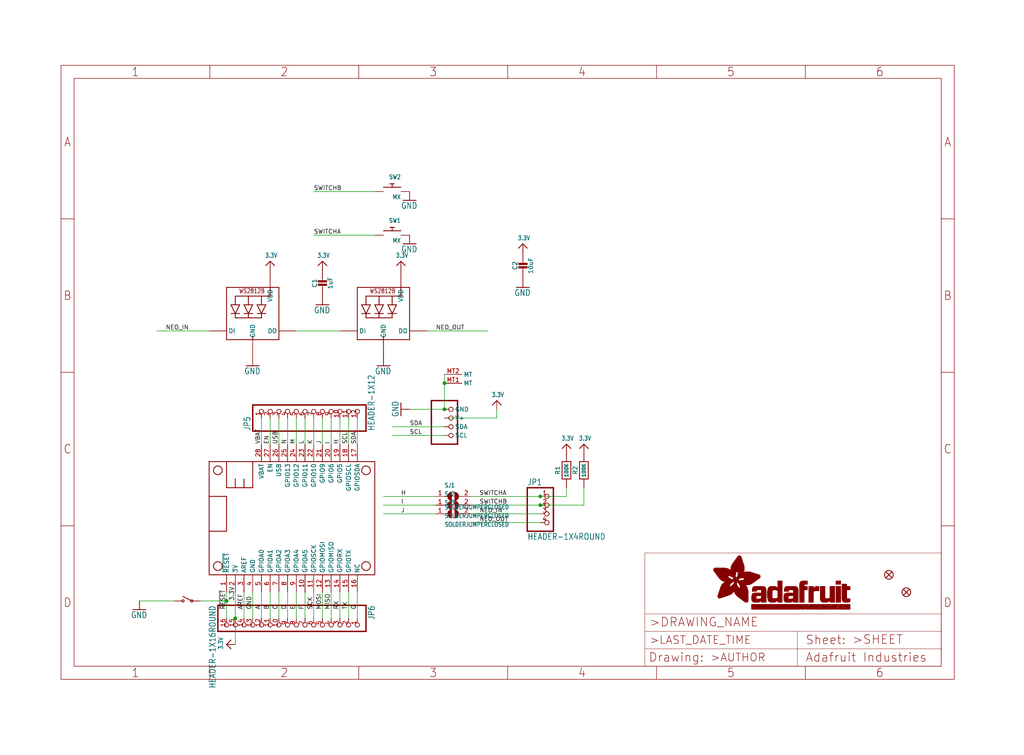
<source format=kicad_sch>
(kicad_sch (version 20211123) (generator eeschema)
  (paper "User" 298.45 220.167)
  (lib_symbols
    (symbol "schematicEagle-eagle-import:3.3V" (power)
      (property "Value" "3.3V" (at -1.524 1.016 0))
      (symbol "3.3V_1_0"
        (pin power_in line (at 0 -2.54 90) (length 2.54) (name "3.3V") (number "1"))
      )
    )
    (symbol "schematicEagle-eagle-import:CAP_CERAMIC0603_NO"
      (property "Reference" "C" (at -2.29 1.25 90))
      (property "Value" "CAP_CERAMIC0603_NO" (at 2.3 1.25 90))
      (symbol "CAP_CERAMIC0603_NO_1_0"
        (pin passive line (at 0 5.08 270) (length 2.54) (name "1") (number "1"))
        (pin passive line (at 0 -2.54 90) (length 2.54) (name "2") (number "2"))
      )
    )
    (symbol "schematicEagle-eagle-import:CAP_CERAMIC0805-NOOUTLINE"
      (property "Reference" "C" (at -2.29 1.25 90))
      (property "Value" "CAP_CERAMIC0805-NOOUTLINE" (at 2.3 1.25 90))
      (symbol "CAP_CERAMIC0805-NOOUTLINE_1_0"
        (pin passive line (at 0 5.08 270) (length 2.54) (name "1") (number "1"))
        (pin passive line (at 0 -2.54 90) (length 2.54) (name "2") (number "2"))
      )
    )
    (symbol "schematicEagle-eagle-import:FEATHERWING_NODIM"
      (symbol "FEATHERWING_NODIM_1_0"
        (pin input line (at 5.08 -5.08 90) (length 5.08) (name "~{RESET}") (number "1"))
        (pin bidirectional line (at 27.94 -5.08 90) (length 5.08) (name "GPIOA5") (number "10"))
        (pin bidirectional line (at 30.48 -5.08 90) (length 5.08) (name "GPIOSCK") (number "11"))
        (pin bidirectional line (at 33.02 -5.08 90) (length 5.08) (name "GPIOMOSI") (number "12"))
        (pin bidirectional line (at 35.56 -5.08 90) (length 5.08) (name "GPIOMISO") (number "13"))
        (pin bidirectional line (at 38.1 -5.08 90) (length 5.08) (name "GPIORX") (number "14"))
        (pin bidirectional line (at 40.64 -5.08 90) (length 5.08) (name "GPIOTX") (number "15"))
        (pin passive line (at 43.18 -5.08 90) (length 5.08) (name "NC") (number "16"))
        (pin bidirectional line (at 43.18 38.1 270) (length 5.08) (name "GPIOSDA") (number "17"))
        (pin bidirectional line (at 40.64 38.1 270) (length 5.08) (name "GPIOSCL") (number "18"))
        (pin bidirectional line (at 38.1 38.1 270) (length 5.08) (name "GPIO5") (number "19"))
        (pin power_in line (at 7.62 -5.08 90) (length 5.08) (name "3V") (number "2"))
        (pin bidirectional line (at 35.56 38.1 270) (length 5.08) (name "GPIO6") (number "20"))
        (pin bidirectional line (at 33.02 38.1 270) (length 5.08) (name "GPIO9") (number "21"))
        (pin bidirectional line (at 30.48 38.1 270) (length 5.08) (name "GPIO10") (number "22"))
        (pin bidirectional line (at 27.94 38.1 270) (length 5.08) (name "GPIO11") (number "23"))
        (pin bidirectional line (at 25.4 38.1 270) (length 5.08) (name "GPIO12") (number "24"))
        (pin bidirectional line (at 22.86 38.1 270) (length 5.08) (name "GPIO13") (number "25"))
        (pin power_in line (at 20.32 38.1 270) (length 5.08) (name "USB") (number "26"))
        (pin passive line (at 17.78 38.1 270) (length 5.08) (name "EN") (number "27"))
        (pin power_in line (at 15.24 38.1 270) (length 5.08) (name "VBAT") (number "28"))
        (pin passive line (at 10.16 -5.08 90) (length 5.08) (name "AREF") (number "3"))
        (pin power_in line (at 12.7 -5.08 90) (length 5.08) (name "GND") (number "4"))
        (pin bidirectional line (at 15.24 -5.08 90) (length 5.08) (name "GPIOA0") (number "5"))
        (pin bidirectional line (at 17.78 -5.08 90) (length 5.08) (name "GPIOA1") (number "6"))
        (pin bidirectional line (at 20.32 -5.08 90) (length 5.08) (name "GPIOA2") (number "7"))
        (pin bidirectional line (at 22.86 -5.08 90) (length 5.08) (name "GPIOA3") (number "8"))
        (pin bidirectional line (at 25.4 -5.08 90) (length 5.08) (name "GPIOA4") (number "9"))
      )
    )
    (symbol "schematicEagle-eagle-import:FIDUCIAL_1MM")
    (symbol "schematicEagle-eagle-import:FRAME_A4_ADAFRUIT"
      (symbol "FRAME_A4_ADAFRUIT_0_0"
        (text "1" (at 21.6958 1.905 0) (effects (font (size 2.54 2.286))))
        (text "1" (at 21.6958 177.165 0) (effects (font (size 2.54 2.286))))
        (text "2" (at 65.0875 1.905 0) (effects (font (size 2.54 2.286))))
        (text "2" (at 65.0875 177.165 0) (effects (font (size 2.54 2.286))))
        (text "3" (at 108.4792 1.905 0) (effects (font (size 2.54 2.286))))
        (text "3" (at 108.4792 177.165 0) (effects (font (size 2.54 2.286))))
        (text "4" (at 151.8708 1.905 0) (effects (font (size 2.54 2.286))))
        (text "4" (at 151.8708 177.165 0) (effects (font (size 2.54 2.286))))
        (text "5" (at 195.2625 1.905 0) (effects (font (size 2.54 2.286))))
        (text "5" (at 195.2625 177.165 0) (effects (font (size 2.54 2.286))))
        (text "6" (at 238.6542 1.905 0) (effects (font (size 2.54 2.286))))
        (text "6" (at 238.6542 177.165 0) (effects (font (size 2.54 2.286))))
        (text "A" (at 1.905 156.6863 0) (effects (font (size 2.54 2.286))))
        (text "A" (at 258.445 156.6863 0) (effects (font (size 2.54 2.286))))
        (text "B" (at 1.905 111.9188 0) (effects (font (size 2.54 2.286))))
        (text "B" (at 258.445 111.9188 0) (effects (font (size 2.54 2.286))))
        (text "C" (at 1.905 67.1513 0) (effects (font (size 2.54 2.286))))
        (text "C" (at 258.445 67.1513 0) (effects (font (size 2.54 2.286))))
        (text "D" (at 1.905 22.3838 0) (effects (font (size 2.54 2.286))))
        (text "D" (at 258.445 22.3838 0) (effects (font (size 2.54 2.286))))
      )
      (symbol "FRAME_A4_ADAFRUIT_1_0"
        (text ">AUTHOR" (at 189.23 5.08 0) (effects (font (size 2.286 2.286)) (justify left bottom)))
        (text ">DRAWING_NAME" (at 171.45 15.24 0) (effects (font (size 2.54 2.54)) (justify left bottom)))
        (text ">LAST_DATE_TIME" (at 171.45 10.16 0) (effects (font (size 2.286 2.286)) (justify left bottom)))
        (text ">SHEET" (at 230.505 10.16 0) (effects (font (size 2.54 2.54)) (justify left bottom)))
        (text "Adafruit Industries" (at 216.916 4.953 0) (effects (font (size 2.54 2.54)) (justify left bottom)))
        (text "Drawing:" (at 171.196 4.953 0) (effects (font (size 2.54 2.54)) (justify left bottom)))
        (text "Sheet:" (at 216.916 10.033 0) (effects (font (size 2.54 2.54)) (justify left bottom)))
      )
    )
    (symbol "schematicEagle-eagle-import:GND" (power)
      (property "Value" "GND" (at -2.54 -2.54 0))
      (symbol "GND_1_0"
        (pin power_in line (at 0 2.54 270) (length 2.54) (name "GND") (number "1"))
      )
    )
    (symbol "schematicEagle-eagle-import:HEADER-1X12"
      (property "Reference" "JP" (at -6.35 18.415 0))
      (property "Value" "HEADER-1X12" (at -6.35 -17.78 0))
      (symbol "HEADER-1X12_1_0"
        (pin passive inverted (at -2.54 15.24 0) (length 2.54) (name "1") (number "1"))
        (pin passive inverted (at -2.54 -7.62 0) (length 2.54) (name "10") (number "10"))
        (pin passive inverted (at -2.54 -10.16 0) (length 2.54) (name "11") (number "11"))
        (pin passive inverted (at -2.54 -12.7 0) (length 2.54) (name "12") (number "12"))
        (pin passive inverted (at -2.54 12.7 0) (length 2.54) (name "2") (number "2"))
        (pin passive inverted (at -2.54 10.16 0) (length 2.54) (name "3") (number "3"))
        (pin passive inverted (at -2.54 7.62 0) (length 2.54) (name "4") (number "4"))
        (pin passive inverted (at -2.54 5.08 0) (length 2.54) (name "5") (number "5"))
        (pin passive inverted (at -2.54 2.54 0) (length 2.54) (name "6") (number "6"))
        (pin passive inverted (at -2.54 0 0) (length 2.54) (name "7") (number "7"))
        (pin passive inverted (at -2.54 -2.54 0) (length 2.54) (name "8") (number "8"))
        (pin passive inverted (at -2.54 -5.08 0) (length 2.54) (name "9") (number "9"))
      )
    )
    (symbol "schematicEagle-eagle-import:HEADER-1X16ROUND"
      (property "Reference" "JP" (at -6.35 20.955 0))
      (property "Value" "HEADER-1X16ROUND" (at -6.35 -25.4 0))
      (symbol "HEADER-1X16ROUND_1_0"
        (pin passive inverted (at -2.54 17.78 0) (length 2.54) (name "1") (number "1"))
        (pin passive inverted (at -2.54 -5.08 0) (length 2.54) (name "10") (number "10"))
        (pin passive inverted (at -2.54 -7.62 0) (length 2.54) (name "11") (number "11"))
        (pin passive inverted (at -2.54 -10.16 0) (length 2.54) (name "12") (number "12"))
        (pin passive inverted (at -2.54 -12.7 0) (length 2.54) (name "13") (number "13"))
        (pin passive inverted (at -2.54 -15.24 0) (length 2.54) (name "14") (number "14"))
        (pin passive inverted (at -2.54 -17.78 0) (length 2.54) (name "15") (number "15"))
        (pin passive inverted (at -2.54 -20.32 0) (length 2.54) (name "16") (number "16"))
        (pin passive inverted (at -2.54 15.24 0) (length 2.54) (name "2") (number "2"))
        (pin passive inverted (at -2.54 12.7 0) (length 2.54) (name "3") (number "3"))
        (pin passive inverted (at -2.54 10.16 0) (length 2.54) (name "4") (number "4"))
        (pin passive inverted (at -2.54 7.62 0) (length 2.54) (name "5") (number "5"))
        (pin passive inverted (at -2.54 5.08 0) (length 2.54) (name "6") (number "6"))
        (pin passive inverted (at -2.54 2.54 0) (length 2.54) (name "7") (number "7"))
        (pin passive inverted (at -2.54 0 0) (length 2.54) (name "8") (number "8"))
        (pin passive inverted (at -2.54 -2.54 0) (length 2.54) (name "9") (number "9"))
      )
    )
    (symbol "schematicEagle-eagle-import:HEADER-1X4ROUND"
      (property "Reference" "JP" (at -6.35 8.255 0))
      (property "Value" "HEADER-1X4ROUND" (at -6.35 -7.62 0))
      (symbol "HEADER-1X4ROUND_1_0"
        (pin passive inverted (at -2.54 5.08 0) (length 2.54) (name "1") (number "1"))
        (pin passive inverted (at -2.54 2.54 0) (length 2.54) (name "2") (number "2"))
        (pin passive inverted (at -2.54 0 0) (length 2.54) (name "3") (number "3"))
        (pin passive inverted (at -2.54 -2.54 0) (length 2.54) (name "4") (number "4"))
      )
    )
    (symbol "schematicEagle-eagle-import:RESISTOR_0603_NOOUT"
      (property "Reference" "R" (at 0 2.54 0))
      (property "Value" "RESISTOR_0603_NOOUT" (at 0 0 0))
      (symbol "RESISTOR_0603_NOOUT_1_0"
        (pin passive line (at -5.08 0 0) (length 2.54) (name "1") (number "1"))
        (pin passive line (at 5.08 0 180) (length 2.54) (name "2") (number "2"))
      )
    )
    (symbol "schematicEagle-eagle-import:SOLDERJUMPERCLOSED"
      (property "Reference" "SJ" (at -2.54 2.54 0))
      (property "Value" "SOLDERJUMPERCLOSED" (at -2.54 -3.81 0))
      (symbol "SOLDERJUMPERCLOSED_1_0"
        (pin passive line (at -5.08 0 0) (length 2.54) (name "1") (number "1"))
        (pin passive line (at 5.08 0 180) (length 2.54) (name "2") (number "2"))
      )
    )
    (symbol "schematicEagle-eagle-import:STEMMA_I2C_QT"
      (symbol "STEMMA_I2C_QT_1_0"
        (pin passive inverted (at 0 5.08 0) (length 2.54) (name "GND") (number "1"))
        (pin passive inverted (at 0 2.54 0) (length 2.54) (name "V+") (number "2"))
        (pin passive inverted (at 0 0 0) (length 2.54) (name "SDA") (number "3"))
        (pin passive inverted (at 0 -2.54 0) (length 2.54) (name "SCL") (number "4"))
      )
      (symbol "STEMMA_I2C_QT_2_0"
        (pin bidirectional line (at 0 0 0) (length 5.08) (name "MT") (number "MT1"))
      )
      (symbol "STEMMA_I2C_QT_3_0"
        (pin bidirectional line (at 0 0 0) (length 5.08) (name "MT") (number "MT2"))
      )
    )
    (symbol "schematicEagle-eagle-import:SWITCH_PUSHBUTTON_KAILH_SOCKET"
      (property "Reference" "SW" (at -2.54 3.556 0))
      (property "Value" "SWITCH_PUSHBUTTON_KAILH_SOCKET" (at -2.54 -2.286 0))
      (symbol "SWITCH_PUSHBUTTON_KAILH_SOCKET_1_0"
        (pin passive line (at -5.08 0 0) (length 2.54) (name "P$1") (number "1"))
        (pin passive line (at 5.08 0 180) (length 2.54) (name "P$2") (number "2"))
      )
    )
    (symbol "schematicEagle-eagle-import:SWITCH_SPST_TACT_RA"
      (symbol "SWITCH_SPST_TACT_RA_1_0"
        (pin passive line (at -5.08 0 0) (length 2.54) (name "P") (number "1"))
        (pin passive line (at 2.54 0 180) (length 2.54) (name "S") (number "2"))
      )
      (symbol "SWITCH_SPST_TACT_RA_2_0"
        (pin bidirectional line (at 0 0 0) (length 5.08) (name "MT") (number "MT1"))
        (pin bidirectional line (at 0 0 0) (length 5.08) (name "MT") (number "MT2"))
      )
    )
    (symbol "schematicEagle-eagle-import:WS2812B_SK6812E"
      (symbol "WS2812B_SK6812E_1_0"
        (text "WS2812B" (at -4.064 8.382 0) (effects (font (size 1.27 1.0795)) (justify left bottom)))
        (pin power_in line (at 5.08 15.24 270) (length 5.08) (name "VDD") (number "1-VDD"))
        (pin output line (at 12.7 -2.54 180) (length 5.08) (name "DO") (number "2-DOUT"))
        (pin power_in line (at 0 -10.16 90) (length 5.08) (name "GND") (number "3-GND"))
        (pin input line (at -12.7 -2.54 0) (length 5.08) (name "DI") (number "4-DIN"))
      )
    )
  )
  (junction (at 157.48 147.32))
  (junction (at 129.54 119.38))
  (junction (at 157.48 144.78))
  (junction (at 129.54 111.76))
  (junction (at 66.04 175.26))
  (junction (at 68.58 180.34))
  (wire (pts (xy 109.22 55.88) (xy 91.44 55.88)))
  (wire (pts (xy 91.44 180.34) (xy 91.44 172.72)))
  (wire (pts (xy 83.82 121.92) (xy 83.82 129.54)))
  (wire (pts (xy 68.58 180.34) (xy 68.58 187.96)))
  (wire (pts (xy 157.48 144.78) (xy 137.16 144.78)))
  (wire (pts (xy 60.96 96.52) (xy 45.72 96.52)))
  (wire (pts (xy 109.22 68.58) (xy 91.44 68.58)))
  (wire (pts (xy 129.54 111.76) (xy 129.54 119.38)))
  (wire (pts (xy 81.28 180.34) (xy 81.28 172.72)))
  (wire (pts (xy 127 149.86) (xy 111.76 149.86)))
  (wire (pts (xy 127 144.78) (xy 111.76 144.78)))
  (wire (pts (xy 71.12 180.34) (xy 71.12 172.72)))
  (wire (pts (xy 86.36 96.52) (xy 99.06 96.52)))
  (wire (pts (xy 157.48 149.86) (xy 137.16 149.86)))
  (wire (pts (xy 129.54 119.38) (xy 119.38 119.38)))
  (wire (pts (xy 157.48 144.78) (xy 165.1 144.78)))
  (wire (pts (xy 78.74 121.92) (xy 78.74 129.54)))
  (wire (pts (xy 81.28 121.92) (xy 81.28 129.54)))
  (wire (pts (xy 129.54 124.46) (xy 114.3 124.46)))
  (wire (pts (xy 93.98 180.34) (xy 93.98 172.72)))
  (wire (pts (xy 124.46 96.52) (xy 142.24 96.52)))
  (wire (pts (xy 86.36 180.34) (xy 86.36 172.72)))
  (wire (pts (xy 83.82 180.34) (xy 83.82 172.72)))
  (wire (pts (xy 170.18 147.32) (xy 170.18 142.24)))
  (wire (pts (xy 68.58 180.34) (xy 68.58 172.72)))
  (wire (pts (xy 157.48 147.32) (xy 170.18 147.32)))
  (wire (pts (xy 137.16 152.4) (xy 157.48 152.4)))
  (wire (pts (xy 104.14 180.34) (xy 104.14 172.72)))
  (wire (pts (xy 114.3 127) (xy 129.54 127)))
  (wire (pts (xy 144.78 119.38) (xy 144.78 121.92)))
  (wire (pts (xy 93.98 121.92) (xy 93.98 129.54)))
  (wire (pts (xy 91.44 121.92) (xy 91.44 129.54)))
  (wire (pts (xy 86.36 121.92) (xy 86.36 129.54)))
  (wire (pts (xy 88.9 121.92) (xy 88.9 129.54)))
  (wire (pts (xy 165.1 144.78) (xy 165.1 142.24)))
  (wire (pts (xy 101.6 180.34) (xy 101.6 172.72)))
  (wire (pts (xy 73.66 180.34) (xy 73.66 172.72)))
  (wire (pts (xy 66.04 180.34) (xy 66.04 175.26)))
  (wire (pts (xy 129.54 109.22) (xy 129.54 111.76)))
  (wire (pts (xy 78.74 180.34) (xy 78.74 172.72)))
  (wire (pts (xy 88.9 180.34) (xy 88.9 172.72)))
  (wire (pts (xy 40.64 175.26) (xy 50.8 175.26)))
  (wire (pts (xy 66.04 175.26) (xy 66.04 172.72)))
  (wire (pts (xy 101.6 121.92) (xy 101.6 129.54)))
  (wire (pts (xy 111.76 147.32) (xy 127 147.32)))
  (wire (pts (xy 76.2 121.92) (xy 76.2 129.54)))
  (wire (pts (xy 76.2 180.34) (xy 76.2 172.72)))
  (wire (pts (xy 96.52 121.92) (xy 96.52 129.54)))
  (wire (pts (xy 129.54 121.92) (xy 144.78 121.92)))
  (wire (pts (xy 96.52 180.34) (xy 96.52 172.72)))
  (wire (pts (xy 99.06 180.34) (xy 99.06 172.72)))
  (wire (pts (xy 99.06 121.92) (xy 99.06 129.54)))
  (wire (pts (xy 104.14 121.92) (xy 104.14 129.54)))
  (wire (pts (xy 137.16 147.32) (xy 157.48 147.32)))
  (wire (pts (xy 58.42 175.26) (xy 66.04 175.26)))
  (label "SWITCHA" (at 139.7 144.78 0) (effects (font (size 1.2446 1.2446))))
  (label "SDA" (at 119.38 124.46 0) (effects (font (size 1.2446 1.2446))))
  (label "A" (at 76.2 177.8 90) (effects (font (size 1.2446 1.2446))))
  (label "F" (at 88.9 177.8 90) (effects (font (size 1.2446 1.2446))))
  (label "SWITCHA" (at 91.44 68.58 0) (effects (font (size 1.2446 1.2446))))
  (label "GND" (at 73.66 177.8 90) (effects (font (size 1.2446 1.2446))))
  (label "MOSI" (at 93.98 177.8 90) (effects (font (size 1.2446 1.2446))))
  (label "AREF" (at 71.12 177.8 90) (effects (font (size 1.2446 1.2446))))
  (label "MISO" (at 96.52 177.8 90) (effects (font (size 1.2446 1.2446))))
  (label "TX" (at 101.6 177.8 90) (effects (font (size 1.2446 1.2446))))
  (label "~{RESET}" (at 66.04 177.8 90) (effects (font (size 1.2446 1.2446))))
  (label "NEO_OUT" (at 139.7 152.4 0) (effects (font (size 1.2446 1.2446))))
  (label "C" (at 81.28 177.8 90) (effects (font (size 1.2446 1.2446))))
  (label "VBAT" (at 76.2 129.54 90) (effects (font (size 1.2446 1.2446))))
  (label "NEO_OUT" (at 127 96.52 0) (effects (font (size 1.2446 1.2446))))
  (label "D" (at 83.82 177.8 90) (effects (font (size 1.2446 1.2446))))
  (label "RX" (at 99.06 177.8 90) (effects (font (size 1.2446 1.2446))))
  (label "SCL" (at 101.6 129.54 90) (effects (font (size 1.2446 1.2446))))
  (label "SWITCHB" (at 91.44 55.88 0) (effects (font (size 1.2446 1.2446))))
  (label "L" (at 88.9 129.54 90) (effects (font (size 1.2446 1.2446))))
  (label "3.3V" (at 68.58 175.26 90) (effects (font (size 1.2446 1.2446))))
  (label "H" (at 99.06 129.54 90) (effects (font (size 1.2446 1.2446))))
  (label "E" (at 86.36 177.8 90) (effects (font (size 1.2446 1.2446))))
  (label "I" (at 96.52 129.54 90) (effects (font (size 1.2446 1.2446))))
  (label "J" (at 116.84 149.86 0) (effects (font (size 1.2446 1.2446))))
  (label "SDA" (at 104.14 129.54 90) (effects (font (size 1.2446 1.2446))))
  (label "G" (at 104.14 177.8 90) (effects (font (size 1.2446 1.2446))))
  (label "EN" (at 78.74 129.54 90) (effects (font (size 1.2446 1.2446))))
  (label "M" (at 86.36 129.54 90) (effects (font (size 1.2446 1.2446))))
  (label "I" (at 116.84 147.32 0) (effects (font (size 1.2446 1.2446))))
  (label "NEO_IN" (at 48.26 96.52 0) (effects (font (size 1.2446 1.2446))))
  (label "SCL" (at 119.38 127 0) (effects (font (size 1.2446 1.2446))))
  (label "K" (at 91.44 129.54 90) (effects (font (size 1.2446 1.2446))))
  (label "USB" (at 81.28 129.54 90) (effects (font (size 1.2446 1.2446))))
  (label "J" (at 93.98 129.54 90) (effects (font (size 1.2446 1.2446))))
  (label "SWITCHB" (at 139.7 147.32 0) (effects (font (size 1.2446 1.2446))))
  (label "SCK" (at 91.44 177.8 90) (effects (font (size 1.2446 1.2446))))
  (label "N" (at 83.82 129.54 90) (effects (font (size 1.2446 1.2446))))
  (label "B" (at 78.74 177.8 90) (effects (font (size 1.2446 1.2446))))
  (label "H" (at 116.84 144.78 0) (effects (font (size 1.2446 1.2446))))
  (label "NEO_IN" (at 139.7 149.86 0) (effects (font (size 1.2446 1.2446))))
  (symbol (lib_id "schematicEagle-eagle-import:GND") (at 116.84 119.38 270) (unit 1)
    (property "Reference" "#GND7" (effects hide))
    (property "Value" "GND" (at 114.3 116.84 0) (effects (font (size 1.778 1.5113)) (justify left bottom)))
    (property "Footprint" "schematicEagle:" (effects hide))
  )
  (symbol (lib_id "schematicEagle-eagle-import:GND") (at 40.64 177.8 0) (unit 1)
    (property "Reference" "#GND6" (effects hide))
    (property "Value" "GND" (at 38.1 180.34 0) (effects (font (size 1.778 1.5113)) (justify left bottom)))
    (property "Footprint" "schematicEagle:" (effects hide))
  )
  (symbol (lib_id "schematicEagle-eagle-import:3.3V") (at 116.84 76.2 0) (unit 1)
    (property "Reference" "#U$3" (effects hide))
    (property "Value" "3.3V" (at 115.316 75.184 0) (effects (font (size 1.27 1.0795)) (justify left bottom)))
    (property "Footprint" "schematicEagle:" (effects hide))
  )
  (symbol (lib_id "schematicEagle-eagle-import:HEADER-1X16ROUND") (at 86.36 182.88 270) (unit 1)
    (property "Reference" "JP6" (at 107.315 176.53 0) (effects (font (size 1.778 1.5113)) (justify left bottom)))
    (property "Value" "HEADER-1X16ROUND" (at 60.96 176.53 0) (effects (font (size 1.778 1.5113)) (justify left bottom)))
    (property "Footprint" "schematicEagle:1X16_ROUND" (effects hide))
  )
  (symbol (lib_id "schematicEagle-eagle-import:FIDUCIAL_1MM") (at 259.08 167.64 0) (unit 1)
    (property "Reference" "FID1" (effects hide))
    (property "Value" "FIDUCIAL_1MM" (effects hide))
    (property "Footprint" "schematicEagle:FIDUCIAL_1MM" (effects hide))
  )
  (symbol (lib_id "schematicEagle-eagle-import:3.3V") (at 93.98 76.2 0) (unit 1)
    (property "Reference" "#U$4" (effects hide))
    (property "Value" "3.3V" (at 92.456 75.184 0) (effects (font (size 1.27 1.0795)) (justify left bottom)))
    (property "Footprint" "schematicEagle:" (effects hide))
  )
  (symbol (lib_id "schematicEagle-eagle-import:SOLDERJUMPERCLOSED") (at 132.08 147.32 0) (unit 1)
    (property "Reference" "SJ2" (at 129.54 144.78 0) (effects (font (size 1.27 1.0795)) (justify left bottom)))
    (property "Value" "SOLDERJUMPERCLOSED" (at 129.54 151.13 0) (effects (font (size 1.27 1.0795)) (justify left bottom)))
    (property "Footprint" "schematicEagle:SOLDERJUMPER_CLOSEDWIRE" (effects hide))
  )
  (symbol (lib_id "schematicEagle-eagle-import:CAP_CERAMIC0603_NO") (at 93.98 83.82 0) (unit 1)
    (property "Reference" "C1" (at 91.69 82.57 90))
    (property "Value" "1uF" (at 96.28 82.57 90))
    (property "Footprint" "schematicEagle:0603-NO" (effects hide))
  )
  (symbol (lib_id "schematicEagle-eagle-import:SWITCH_PUSHBUTTON_KAILH_SOCKET") (at 114.3 68.58 0) (mirror y) (unit 1)
    (property "Reference" "SW1" (at 116.84 65.024 0) (effects (font (size 1.27 1.0795)) (justify left bottom)))
    (property "Value" "MX" (at 116.84 70.866 0) (effects (font (size 1.27 1.0795)) (justify left bottom)))
    (property "Footprint" "schematicEagle:KAILH_SOCKET" (effects hide))
  )
  (symbol (lib_id "schematicEagle-eagle-import:RESISTOR_0603_NOOUT") (at 170.18 137.16 90) (unit 1)
    (property "Reference" "R2" (at 167.64 137.16 0))
    (property "Value" "100K" (at 170.18 137.16 0) (effects (font (size 1.016 1.016) bold)))
    (property "Footprint" "schematicEagle:0603-NO" (effects hide))
  )
  (symbol (lib_id "schematicEagle-eagle-import:3.3V") (at 78.74 76.2 0) (unit 1)
    (property "Reference" "#U$5" (effects hide))
    (property "Value" "3.3V" (at 77.216 75.184 0) (effects (font (size 1.27 1.0795)) (justify left bottom)))
    (property "Footprint" "schematicEagle:" (effects hide))
  )
  (symbol (lib_id "schematicEagle-eagle-import:STEMMA_I2C_QT") (at 129.54 109.22 0) (unit 3)
    (property "Reference" "CONN1" (effects hide))
    (property "Value" "STEMMA_I2C_QT" (effects hide))
    (property "Footprint" "schematicEagle:JST_SH4" (effects hide))
  )
  (symbol (lib_id "schematicEagle-eagle-import:3.3V") (at 165.1 129.54 0) (unit 1)
    (property "Reference" "#U$2" (effects hide))
    (property "Value" "3.3V" (at 163.576 128.524 0) (effects (font (size 1.27 1.0795)) (justify left bottom)))
    (property "Footprint" "schematicEagle:" (effects hide))
  )
  (symbol (lib_id "schematicEagle-eagle-import:SWITCH_SPST_TACT_RA") (at 53.34 175.26 0) (mirror y) (unit 1)
    (property "Reference" "SW3" (effects hide))
    (property "Value" "SWITCH_SPST_TACT_RA" (effects hide))
    (property "Footprint" "schematicEagle:SPST_TACTILE_RA" (effects hide))
  )
  (symbol (lib_id "schematicEagle-eagle-import:STEMMA_I2C_QT") (at 129.54 124.46 0) (unit 1)
    (property "Reference" "CONN1" (effects hide))
    (property "Value" "STEMMA_I2C_QT" (effects hide))
    (property "Footprint" "schematicEagle:JST_SH4" (effects hide))
  )
  (symbol (lib_id "schematicEagle-eagle-import:FRAME_A4_ADAFRUIT") (at 17.78 198.12 0) (unit 1)
    (property "Reference" "#U$18" (effects hide))
    (property "Value" "FRAME_A4_ADAFRUIT" (effects hide))
    (property "Footprint" "schematicEagle:" (effects hide))
  )
  (symbol (lib_id "schematicEagle-eagle-import:HEADER-1X12") (at 91.44 119.38 90) (unit 1)
    (property "Reference" "JP5" (at 73.025 125.73 0) (effects (font (size 1.778 1.5113)) (justify left bottom)))
    (property "Value" "HEADER-1X12" (at 109.22 125.73 0) (effects (font (size 1.778 1.5113)) (justify left bottom)))
    (property "Footprint" "schematicEagle:1X12_ROUND" (effects hide))
  )
  (symbol (lib_id "schematicEagle-eagle-import:3.3V") (at 152.4 71.12 0) (unit 1)
    (property "Reference" "#U$10" (effects hide))
    (property "Value" "3.3V" (at 150.876 70.104 0) (effects (font (size 1.27 1.0795)) (justify left bottom)))
    (property "Footprint" "schematicEagle:" (effects hide))
  )
  (symbol (lib_id "schematicEagle-eagle-import:GND") (at 111.76 106.68 0) (unit 1)
    (property "Reference" "#GND1" (effects hide))
    (property "Value" "GND" (at 109.22 109.22 0) (effects (font (size 1.778 1.5113)) (justify left bottom)))
    (property "Footprint" "schematicEagle:" (effects hide))
  )
  (symbol (lib_id "schematicEagle-eagle-import:CAP_CERAMIC0805-NOOUTLINE") (at 152.4 78.74 0) (unit 1)
    (property "Reference" "C2" (at 150.11 77.49 90))
    (property "Value" "10uF" (at 154.7 77.49 90))
    (property "Footprint" "schematicEagle:0805-NO" (effects hide))
  )
  (symbol (lib_id "schematicEagle-eagle-import:GND") (at 119.38 58.42 0) (unit 1)
    (property "Reference" "#GND5" (effects hide))
    (property "Value" "GND" (at 116.84 60.96 0) (effects (font (size 1.778 1.5113)) (justify left bottom)))
    (property "Footprint" "schematicEagle:" (effects hide))
  )
  (symbol (lib_id "schematicEagle-eagle-import:GND") (at 93.98 88.9 0) (unit 1)
    (property "Reference" "#GND3" (effects hide))
    (property "Value" "GND" (at 91.44 91.44 0) (effects (font (size 1.778 1.5113)) (justify left bottom)))
    (property "Footprint" "schematicEagle:" (effects hide))
  )
  (symbol (lib_id "schematicEagle-eagle-import:GND") (at 119.38 71.12 0) (unit 1)
    (property "Reference" "#GND4" (effects hide))
    (property "Value" "GND" (at 116.84 73.66 0) (effects (font (size 1.778 1.5113)) (justify left bottom)))
    (property "Footprint" "schematicEagle:" (effects hide))
  )
  (symbol (lib_id "schematicEagle-eagle-import:SWITCH_PUSHBUTTON_KAILH_SOCKET") (at 114.3 55.88 0) (mirror y) (unit 1)
    (property "Reference" "SW2" (at 116.84 52.324 0) (effects (font (size 1.27 1.0795)) (justify left bottom)))
    (property "Value" "MX" (at 116.84 58.166 0) (effects (font (size 1.27 1.0795)) (justify left bottom)))
    (property "Footprint" "schematicEagle:KAILH_SOCKET" (effects hide))
  )
  (symbol (lib_id "schematicEagle-eagle-import:HEADER-1X4ROUND") (at 160.02 149.86 0) (unit 1)
    (property "Reference" "JP1" (at 153.67 141.605 0) (effects (font (size 1.778 1.5113)) (justify left bottom)))
    (property "Value" "HEADER-1X4ROUND" (at 153.67 157.48 0) (effects (font (size 1.778 1.5113)) (justify left bottom)))
    (property "Footprint" "schematicEagle:1X04_ROUND" (effects hide))
  )
  (symbol (lib_id "schematicEagle-eagle-import:GND") (at 152.4 83.82 0) (unit 1)
    (property "Reference" "#GND8" (effects hide))
    (property "Value" "GND" (at 149.86 86.36 0) (effects (font (size 1.778 1.5113)) (justify left bottom)))
    (property "Footprint" "schematicEagle:" (effects hide))
  )
  (symbol (lib_id "schematicEagle-eagle-import:WS2812B_SK6812E") (at 73.66 93.98 0) (unit 1)
    (property "Reference" "LED2" (effects hide))
    (property "Value" "WS2812B_SK6812E" (effects hide))
    (property "Footprint" "schematicEagle:NEO3535_REVERSE" (effects hide))
  )
  (symbol (lib_id "schematicEagle-eagle-import:3.3V") (at 66.04 187.96 90) (unit 1)
    (property "Reference" "#U$6" (effects hide))
    (property "Value" "3.3V" (at 65.024 189.484 0) (effects (font (size 1.27 1.0795)) (justify left bottom)))
    (property "Footprint" "schematicEagle:" (effects hide))
  )
  (symbol (lib_id "schematicEagle-eagle-import:FIDUCIAL_1MM") (at 264.16 172.72 0) (unit 1)
    (property "Reference" "FID2" (effects hide))
    (property "Value" "FIDUCIAL_1MM" (effects hide))
    (property "Footprint" "schematicEagle:FIDUCIAL_1MM" (effects hide))
  )
  (symbol (lib_id "schematicEagle-eagle-import:SOLDERJUMPERCLOSED") (at 132.08 144.78 0) (unit 1)
    (property "Reference" "SJ1" (at 129.54 142.24 0) (effects (font (size 1.27 1.0795)) (justify left bottom)))
    (property "Value" "SOLDERJUMPERCLOSED" (at 129.54 148.59 0) (effects (font (size 1.27 1.0795)) (justify left bottom)))
    (property "Footprint" "schematicEagle:SOLDERJUMPER_CLOSEDWIRE" (effects hide))
  )
  (symbol (lib_id "schematicEagle-eagle-import:FEATHERWING_NODIM") (at 60.96 167.64 0) (unit 1)
    (property "Reference" "MS1" (effects hide))
    (property "Value" "FEATHERWING_NODIM" (effects hide))
    (property "Footprint" "schematicEagle:FEATHERWING_NODIM" (effects hide))
  )
  (symbol (lib_id "schematicEagle-eagle-import:SOLDERJUMPERCLOSED") (at 132.08 149.86 0) (unit 1)
    (property "Reference" "SJ3" (at 129.54 147.32 0) (effects (font (size 1.27 1.0795)) (justify left bottom)))
    (property "Value" "SOLDERJUMPERCLOSED" (at 129.54 153.67 0) (effects (font (size 1.27 1.0795)) (justify left bottom)))
    (property "Footprint" "schematicEagle:SOLDERJUMPER_CLOSEDWIRE" (effects hide))
  )
  (symbol (lib_id "schematicEagle-eagle-import:3.3V") (at 170.18 129.54 0) (unit 1)
    (property "Reference" "#U$1" (effects hide))
    (property "Value" "3.3V" (at 168.656 128.524 0) (effects (font (size 1.27 1.0795)) (justify left bottom)))
    (property "Footprint" "schematicEagle:" (effects hide))
  )
  (symbol (lib_id "schematicEagle-eagle-import:GND") (at 73.66 106.68 0) (unit 1)
    (property "Reference" "#GND2" (effects hide))
    (property "Value" "GND" (at 71.12 109.22 0) (effects (font (size 1.778 1.5113)) (justify left bottom)))
    (property "Footprint" "schematicEagle:" (effects hide))
  )
  (symbol (lib_id "schematicEagle-eagle-import:RESISTOR_0603_NOOUT") (at 165.1 137.16 90) (unit 1)
    (property "Reference" "R1" (at 162.56 137.16 0))
    (property "Value" "100K" (at 165.1 137.16 0) (effects (font (size 1.016 1.016) bold)))
    (property "Footprint" "schematicEagle:0603-NO" (effects hide))
  )
  (symbol (lib_id "schematicEagle-eagle-import:3.3V") (at 144.78 116.84 0) (unit 1)
    (property "Reference" "#U$9" (effects hide))
    (property "Value" "3.3V" (at 143.256 115.824 0) (effects (font (size 1.27 1.0795)) (justify left bottom)))
    (property "Footprint" "schematicEagle:" (effects hide))
  )
  (symbol (lib_id "schematicEagle-eagle-import:WS2812B_SK6812E") (at 111.76 93.98 0) (unit 1)
    (property "Reference" "LED1" (effects hide))
    (property "Value" "WS2812B_SK6812E" (effects hide))
    (property "Footprint" "schematicEagle:NEO3535_REVERSE" (effects hide))
  )
  (symbol (lib_id "schematicEagle-eagle-import:STEMMA_I2C_QT") (at 129.54 111.76 0) (unit 2)
    (property "Reference" "CONN1" (effects hide))
    (property "Value" "STEMMA_I2C_QT" (effects hide))
    (property "Footprint" "schematicEagle:JST_SH4" (effects hide))
  )
)
</source>
